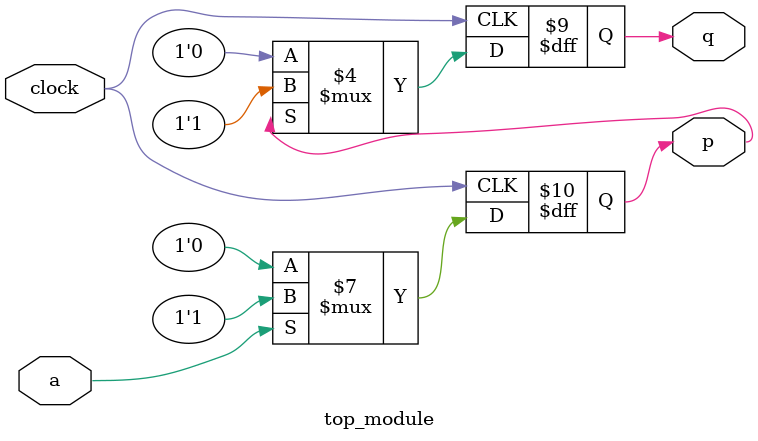
<source format=sv>
module top_module (
    input clock,
    input a,
    output reg p,
    output reg q
);

    always @(posedge clock) begin
        if (a)
            p <= 1;
        else
            p <= 0;
    end

    always @(negedge clock) begin
        if (p)
            q <= 1;
        else
            q <= 0;
    end

endmodule

</source>
